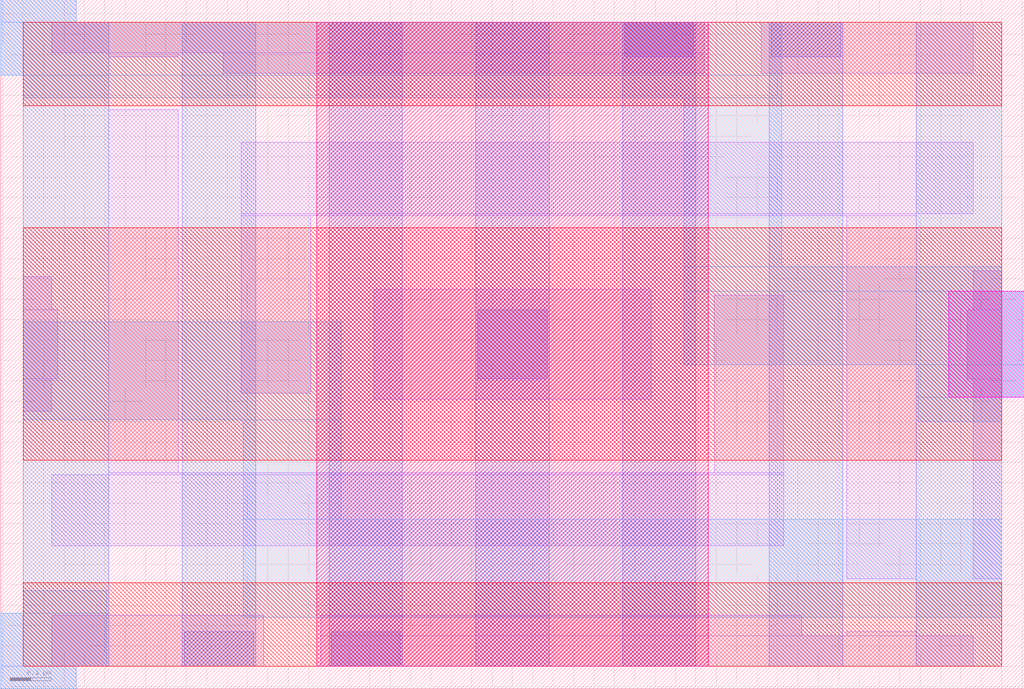
<source format=lef>
# Copyright 2020 The SkyWater PDK Authors
#
# Licensed under the Apache License, Version 2.0 (the "License");
# you may not use this file except in compliance with the License.
# You may obtain a copy of the License at
#
#     https://www.apache.org/licenses/LICENSE-2.0
#
# Unless required by applicable law or agreed to in writing, software
# distributed under the License is distributed on an "AS IS" BASIS,
# WITHOUT WARRANTIES OR CONDITIONS OF ANY KIND, either express or implied.
# See the License for the specific language governing permissions and
# limitations under the License.
#
# SPDX-License-Identifier: Apache-2.0

VERSION 5.7 ;
  NOWIREEXTENSIONATPIN ON ;
  DIVIDERCHAR "/" ;
  BUSBITCHARS "[]" ;
MACRO sky130_fd_bd_sram__sram_dp_cell_opt5
  CLASS BLOCK ;
  FOREIGN sky130_fd_bd_sram__sram_dp_cell_opt5 ;
  ORIGIN  0.055000  0.055000 ;
  SIZE  2.510000 BY  1.690000 ;
  OBS
    LAYER li1 ;
      RECT 0.000000 0.625000 0.070000 0.705000 ;
      RECT 0.000000 0.705000 0.085000 0.875000 ;
      RECT 0.000000 0.875000 0.070000 0.955000 ;
      RECT 0.070000 0.000000 0.590000 0.125000 ;
      RECT 0.070000 0.295000 1.865000 0.470000 ;
      RECT 0.070000 1.505000 1.670000 1.580000 ;
      RECT 0.210000 0.470000 1.865000 0.475000 ;
      RECT 0.210000 0.475000 0.380000 1.365000 ;
      RECT 0.210000 1.495000 0.380000 1.505000 ;
      RECT 0.490000 1.455000 1.670000 1.505000 ;
      RECT 0.535000 0.670000 0.705000 1.105000 ;
      RECT 0.535000 1.105000 2.190000 1.110000 ;
      RECT 0.535000 1.110000 2.330000 1.285000 ;
      RECT 0.730000 0.000000 2.330000 0.075000 ;
      RECT 0.730000 0.075000 1.910000 0.125000 ;
      RECT 0.860000 0.655000 1.540000 0.925000 ;
      RECT 1.695000 0.475000 1.865000 0.910000 ;
      RECT 1.810000 1.455000 2.330000 1.580000 ;
      RECT 2.020000 0.075000 2.190000 0.085000 ;
      RECT 2.020000 0.215000 2.190000 1.105000 ;
      RECT 2.315000 0.705000 2.400000 0.875000 ;
      RECT 2.330000 0.215000 2.400000 0.705000 ;
      RECT 2.330000 0.875000 2.400000 0.970000 ;
    LAYER mcon ;
      RECT 0.395000 0.000000 0.565000 0.085000 ;
      RECT 0.755000 0.000000 0.925000 0.085000 ;
      RECT 1.115000 0.705000 1.285000 0.875000 ;
      RECT 1.475000 1.495000 1.645000 1.580000 ;
      RECT 1.835000 1.495000 2.005000 1.580000 ;
    LAYER met1 ;
      RECT -0.055000 -0.055000 0.130000 0.000000 ;
      RECT -0.055000  0.000000 0.210000 0.130000 ;
      RECT -0.055000  1.450000 0.210000 1.580000 ;
      RECT -0.055000  1.580000 0.130000 1.635000 ;
      RECT  0.000000  0.130000 0.210000 1.450000 ;
      RECT  0.390000  0.000000 0.570000 1.580000 ;
      RECT  0.750000  0.000000 0.930000 1.580000 ;
      RECT  1.110000  0.000000 1.290000 1.580000 ;
      RECT  1.470000  0.000000 1.650000 1.580000 ;
      RECT  1.830000  0.000000 2.010000 1.580000 ;
      RECT  2.190000  0.000000 2.400000 0.660000 ;
      RECT  2.190000  0.660000 2.455000 0.920000 ;
      RECT  2.190000  0.920000 2.400000 1.580000 ;
    LAYER met2 ;
      RECT -0.055000 -0.055000 0.130000 0.000000 ;
      RECT -0.055000  0.000000 0.205000 0.130000 ;
      RECT -0.055000  1.450000 1.860000 1.580000 ;
      RECT -0.055000  1.580000 0.130000 1.635000 ;
      RECT  0.000000  0.130000 0.205000 0.185000 ;
      RECT  0.000000  0.605000 0.780000 0.845000 ;
      RECT  0.000000  1.395000 1.860000 1.450000 ;
      RECT  0.540000  0.120000 2.400000 0.360000 ;
      RECT  0.540000  0.360000 0.780000 0.605000 ;
      RECT  1.620000  0.740000 2.455000 0.920000 ;
      RECT  1.620000  0.920000 2.400000 0.980000 ;
      RECT  1.620000  0.980000 1.860000 1.395000 ;
      RECT  2.195000  0.600000 2.400000 0.660000 ;
      RECT  2.195000  0.660000 2.455000 0.740000 ;
    LAYER met3 ;
      RECT 0.000000 0.000000 2.400000 0.205000 ;
      RECT 0.000000 0.505000 2.400000 1.075000 ;
      RECT 0.000000 1.375000 2.400000 1.580000 ;
    LAYER nwell ;
      RECT 0.720000 0.000000 1.680000 1.580000 ;
    LAYER via ;
      RECT 2.270000 0.660000 2.455000 0.920000 ;
  END
END sky130_fd_bd_sram__sram_dp_cell_opt5
END LIBRARY

</source>
